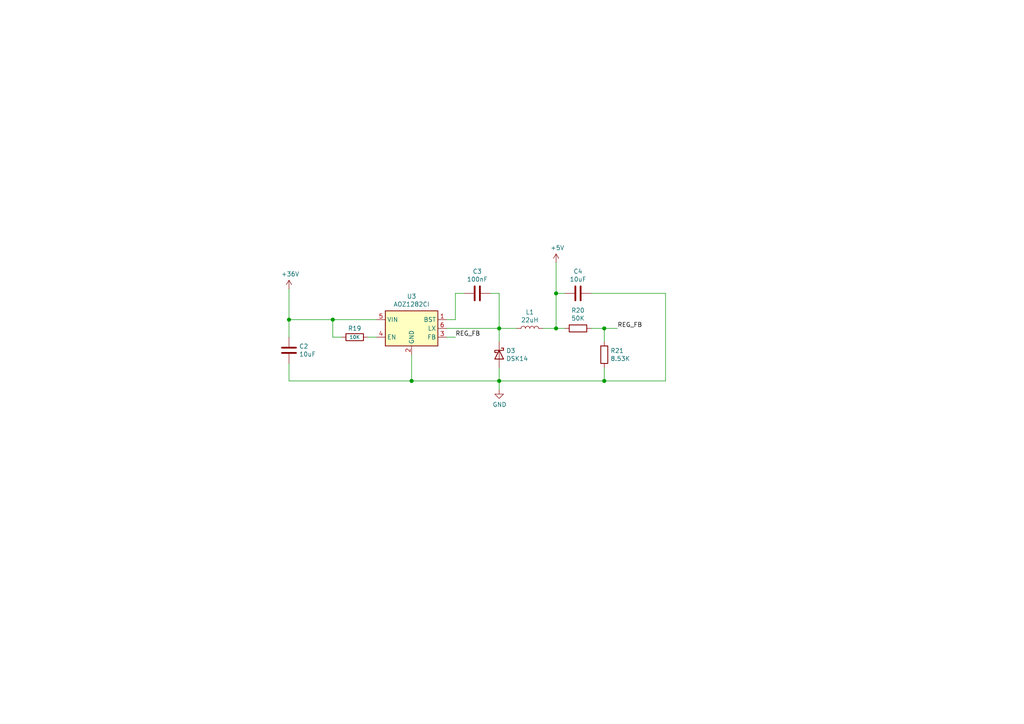
<source format=kicad_sch>
(kicad_sch (version 20200714) (host eeschema "(5.99.0-2611-ga723fba70-dirty)")
  (page 3 3)
  (paper "A4")
  (lib_symbols
    (symbol "Device:C" (pin_numbers hide) (pin_names (offset 0.254))
      (property "Reference" "C" (at 0.635 2.54 0))
      (property "Value" "C" (at 0.635 -2.54 0))
      (symbol "C_0_1"
        (polyline (pts (xy -2.032 -0.762) (xy 2.032 -0.762)) (stroke (width 0.508)))
        (polyline (pts (xy -2.032 0.762) (xy 2.032 0.762)) (stroke (width 0.508)))
      )
      (symbol "C_1_1"
        (pin passive line (at 0 3.81 270) (length 2.794) (name "~") (number "1"))
        (pin passive line (at 0 -3.81 90) (length 2.794) (name "~") (number "2"))
      )
    )
    (symbol "Device:D_Schottky" (pin_numbers hide) (pin_names hide)
      (property "Reference" "D" (at 0 2.54 0))
      (property "Value" "D_Schottky" (at 0 -2.54 0))
      (symbol "D_Schottky_0_1"
        (polyline (pts (xy 1.27 0) (xy -1.27 0)))
        (polyline (pts (xy 1.27 1.27) (xy 1.27 -1.27) (xy -1.27 0) (xy 1.27 1.27)) (stroke (width 0.254)))
        (polyline (pts (xy -1.905 0.635) (xy -1.905 1.27) (xy -1.27 1.27) (xy -1.27 -1.27) (xy -0.635 -1.27) (xy -0.635 -0.635)) (stroke (width 0.254)))
      )
      (symbol "D_Schottky_1_1"
        (pin passive line (at -3.81 0 0) (length 2.54) (name "K") (number "1"))
        (pin passive line (at 3.81 0 180) (length 2.54) (name "A") (number "2"))
      )
    )
    (symbol "Device:L" (pin_numbers hide) (pin_names hide)
      (property "Reference" "L" (at -1.27 0 90))
      (property "Value" "L" (at 1.905 0 90))
      (symbol "L_0_1"
        (arc (start 0 -2.54) (end 0 -1.27) (radius (at 0 -1.905) (length 0.635) (angles -89.9 89.9)))
        (arc (start 0 -1.27) (end 0 0) (radius (at 0 -0.635) (length 0.635) (angles -89.9 89.9)))
        (arc (start 0 0) (end 0 1.27) (radius (at 0 0.635) (length 0.635) (angles -89.9 89.9)))
        (arc (start 0 1.27) (end 0 2.54) (radius (at 0 1.905) (length 0.635) (angles -89.9 89.9)))
      )
      (symbol "L_1_1"
        (pin passive line (at 0 3.81 270) (length 1.27) (name "1") (number "1"))
        (pin passive line (at 0 -3.81 90) (length 1.27) (name "2") (number "2"))
      )
    )
    (symbol "Device:R" (pin_numbers hide) (pin_names (offset 0))
      (property "Reference" "R" (at 2.032 0 90))
      (property "Value" "R" (at 0 0 90))
      (symbol "R_0_1"
        (rectangle (start -1.016 -2.54) (end 1.016 2.54) (stroke (width 0.254)))
      )
      (symbol "R_1_1"
        (pin passive line (at 0 3.81 270) (length 1.27) (name "~") (number "1"))
        (pin passive line (at 0 -3.81 90) (length 1.27) (name "~") (number "2"))
      )
    )
    (symbol "Regulator_Switching:AOZ1282CI" (pin_names (offset 0.508))
      (property "Reference" "U" (at -6.35 -6.35 0))
      (property "Value" "AOZ1282CI" (at -2.54 6.35 0))
      (symbol "AOZ1282CI_0_1"
        (rectangle (start -7.62 5.08) (end 7.62 -5.08) (stroke (width 0.254)) (fill (type background)))
      )
      (symbol "AOZ1282CI_1_1"
        (pin input line (at 10.16 2.54 180) (length 2.54) (name "BST") (number "1"))
        (pin power_in line (at 0 -7.62 90) (length 2.54) (name "GND") (number "2"))
        (pin input line (at 10.16 -2.54 180) (length 2.54) (name "FB") (number "3"))
        (pin input line (at -10.16 -2.54 0) (length 2.54) (name "EN") (number "4"))
        (pin power_in line (at -10.16 2.54 0) (length 2.54) (name "VIN") (number "5"))
        (pin power_out line (at 10.16 0 180) (length 2.54) (name "LX") (number "6"))
      )
    )
    (symbol "power:+36V" (power) (pin_names (offset 0))
      (property "Value" "+36V" (at 0 3.556 0))
      (symbol "+36V_0_1"
        (polyline (pts (xy -0.762 1.27) (xy 0 2.54)))
        (polyline (pts (xy 0 0) (xy 0 2.54)))
        (polyline (pts (xy 0 2.54) (xy 0.762 1.27)))
      )
      (symbol "+36V_1_1"
        (pin power_in line (at 0 0 90) (length 0) hide (name "+36V") (number "1"))
      )
    )
    (symbol "power:+5V" (power) (pin_names (offset 0))
      (property "Value" "+5V" (at 0 3.556 0))
      (symbol "+5V_0_1"
        (polyline (pts (xy -0.762 1.27) (xy 0 2.54)))
        (polyline (pts (xy 0 0) (xy 0 2.54)))
        (polyline (pts (xy 0 2.54) (xy 0.762 1.27)))
      )
      (symbol "+5V_1_1"
        (pin power_in line (at 0 0 90) (length 0) hide (name "+5V") (number "1"))
      )
    )
    (symbol "power:GND" (power) (pin_names (offset 0))
      (property "Value" "GND" (at 0 -3.81 0))
      (symbol "GND_0_1"
        (polyline (pts (xy 0 0) (xy 0 -1.27) (xy 1.27 -1.27) (xy 0 -2.54) (xy -1.27 -1.27) (xy 0 -1.27)))
      )
      (symbol "GND_1_1"
        (pin power_in line (at 0 0 270) (length 0) hide (name "GND") (number "1"))
      )
    )
  )
  (junction (at 83.82 92.71) (diameter 1.016))
  (junction (at 96.52 92.71) (diameter 1.016))
  (junction (at 119.38 110.49) (diameter 1.016))
  (junction (at 144.78 95.25) (diameter 1.016))
  (junction (at 144.78 110.49) (diameter 1.016))
  (junction (at 161.29 85.09) (diameter 1.016))
  (junction (at 161.29 95.25) (diameter 1.016))
  (junction (at 175.26 95.25) (diameter 1.016))
  (junction (at 175.26 110.49) (diameter 1.016))
  (wire (pts (xy 83.82 83.82) (xy 83.82 92.71)))
  (wire (pts (xy 83.82 92.71) (xy 83.82 97.79)))
  (wire (pts (xy 83.82 110.49) (xy 83.82 105.41)))
  (wire (pts (xy 83.82 110.49) (xy 119.38 110.49)))
  (wire (pts (xy 96.52 92.71) (xy 83.82 92.71)))
  (wire (pts (xy 96.52 92.71) (xy 96.52 97.79)))
  (wire (pts (xy 99.06 97.79) (xy 96.52 97.79)))
  (wire (pts (xy 106.68 97.79) (xy 109.22 97.79)))
  (wire (pts (xy 109.22 92.71) (xy 96.52 92.71)))
  (wire (pts (xy 119.38 110.49) (xy 119.38 102.87)))
  (wire (pts (xy 119.38 110.49) (xy 144.78 110.49)))
  (wire (pts (xy 129.54 95.25) (xy 144.78 95.25)))
  (wire (pts (xy 129.54 97.79) (xy 132.08 97.79)))
  (wire (pts (xy 132.08 85.09) (xy 132.08 92.71)))
  (wire (pts (xy 132.08 92.71) (xy 129.54 92.71)))
  (wire (pts (xy 134.62 85.09) (xy 132.08 85.09)))
  (wire (pts (xy 144.78 85.09) (xy 142.24 85.09)))
  (wire (pts (xy 144.78 95.25) (xy 144.78 85.09)))
  (wire (pts (xy 144.78 95.25) (xy 144.78 99.06)))
  (wire (pts (xy 144.78 95.25) (xy 149.86 95.25)))
  (wire (pts (xy 144.78 106.68) (xy 144.78 110.49)))
  (wire (pts (xy 144.78 110.49) (xy 144.78 113.03)))
  (wire (pts (xy 144.78 110.49) (xy 175.26 110.49)))
  (wire (pts (xy 157.48 95.25) (xy 161.29 95.25)))
  (wire (pts (xy 161.29 76.2) (xy 161.29 85.09)))
  (wire (pts (xy 161.29 85.09) (xy 161.29 95.25)))
  (wire (pts (xy 161.29 85.09) (xy 163.83 85.09)))
  (wire (pts (xy 161.29 95.25) (xy 163.83 95.25)))
  (wire (pts (xy 171.45 85.09) (xy 193.04 85.09)))
  (wire (pts (xy 175.26 95.25) (xy 171.45 95.25)))
  (wire (pts (xy 175.26 95.25) (xy 179.07 95.25)))
  (wire (pts (xy 175.26 99.06) (xy 175.26 95.25)))
  (wire (pts (xy 175.26 110.49) (xy 175.26 106.68)))
  (wire (pts (xy 193.04 85.09) (xy 193.04 110.49)))
  (wire (pts (xy 193.04 110.49) (xy 175.26 110.49)))
  (label "REG_FB" (at 132.08 97.79 0))
  (label "REG_FB" (at 179.07 95.25 0))
  (symbol (lib_id "power:+36V") (at 83.82 83.82 0) (unit 1)
    (property "Reference" "#PWR021" (effects hide))
    (property "Value" "+36V" (at 84.1883 79.4956 0))
  )
  (symbol (lib_id "power:+5V") (at 161.29 76.2 0) (unit 1)
    (property "Reference" "#PWR023" (effects hide))
    (property "Value" "+5V" (at 161.6583 71.8756 0))
  )
  (symbol (lib_id "Device:L") (at 153.67 95.25 90) (unit 1)
    (property "Reference" "L1" (at 153.67 90.5318 90))
    (property "Value" "22uH" (at 153.67 92.83 90))
  )
  (symbol (lib_id "power:GND") (at 144.78 113.03 0) (unit 1)
    (property "Reference" "#PWR022" (effects hide))
    (property "Value" "GND" (at 144.8943 117.3544 0))
  )
  (symbol (lib_id "Device:R") (at 102.87 97.79 90) (unit 1)
    (property "Reference" "R19" (at 102.87 95.25 90))
    (property "Value" "10K" (at 102.87 97.79 90) (effects (font (size 1 1))))
    (property "Footprint" "Resistor_SMD:R_0603_1608Metric_Pad1.05x0.95mm_HandSolder" (effects hide))
  )
  (symbol (lib_id "Device:R") (at 167.64 95.25 270) (unit 1)
    (property "Reference" "R20" (at 167.64 90.0238 90))
    (property "Value" "50K" (at 167.64 92.322 90))
    (property "Footprint" "Resistor_SMD:R_0603_1608Metric_Pad1.05x0.95mm_HandSolder" (effects hide))
  )
  (symbol (lib_id "Device:R") (at 175.26 102.87 0) (unit 1)
    (property "Reference" "R21" (at 177.0381 101.7206 0) (effects (justify left)))
    (property "Value" "8.53K" (at 177.038 104.019 0) (effects (justify left)))
    (property "Footprint" "Resistor_SMD:R_0603_1608Metric_Pad1.05x0.95mm_HandSolder" (effects hide))
  )
  (symbol (lib_id "Device:D_Schottky") (at 144.78 102.87 270) (unit 1)
    (property "Reference" "D3" (at 146.8121 101.7206 90) (effects (justify left)))
    (property "Value" "DSK14" (at 146.812 104.019 90) (effects (justify left)))
    (property "Footprint" "Diode_SMD:D_SOD-123" (effects hide))
  )
  (symbol (lib_id "Device:C") (at 83.82 101.6 0) (unit 1)
    (property "Reference" "C2" (at 86.7411 100.4506 0) (effects (justify left)))
    (property "Value" "10uF" (at 86.741 102.749 0) (effects (justify left)))
    (property "Footprint" "Capacitor_SMD:C_0805_2012Metric_Pad1.15x1.40mm_HandSolder" (effects hide))
  )
  (symbol (lib_id "Device:C") (at 138.43 85.09 90) (unit 1)
    (property "Reference" "C3" (at 138.43 78.7208 90))
    (property "Value" "100nF" (at 138.43 81.019 90))
    (property "Footprint" "Capacitor_SMD:C_0603_1608Metric_Pad1.05x0.95mm_HandSolder" (effects hide))
  )
  (symbol (lib_id "Device:C") (at 167.64 85.09 90) (unit 1)
    (property "Reference" "C4" (at 167.64 78.7208 90))
    (property "Value" "10uF" (at 167.64 81.02 90))
    (property "Footprint" "Capacitor_SMD:C_0805_2012Metric_Pad1.15x1.40mm_HandSolder" (effects hide))
  )
  (symbol (lib_id "Regulator_Switching:AOZ1282CI") (at 119.38 95.25 0) (unit 1)
    (property "Reference" "U3" (at 119.38 85.9598 0))
    (property "Value" "AOZ1282CI" (at 119.38 88.2585 0))
    (property "Footprint" "Package_TO_SOT_SMD:SOT-23-6" (effects hide))
    (property "Datasheet" "http://aosmd.com/res/data_sheets/AOZ1282CI.pdf" (effects hide))
  )
)
</source>
